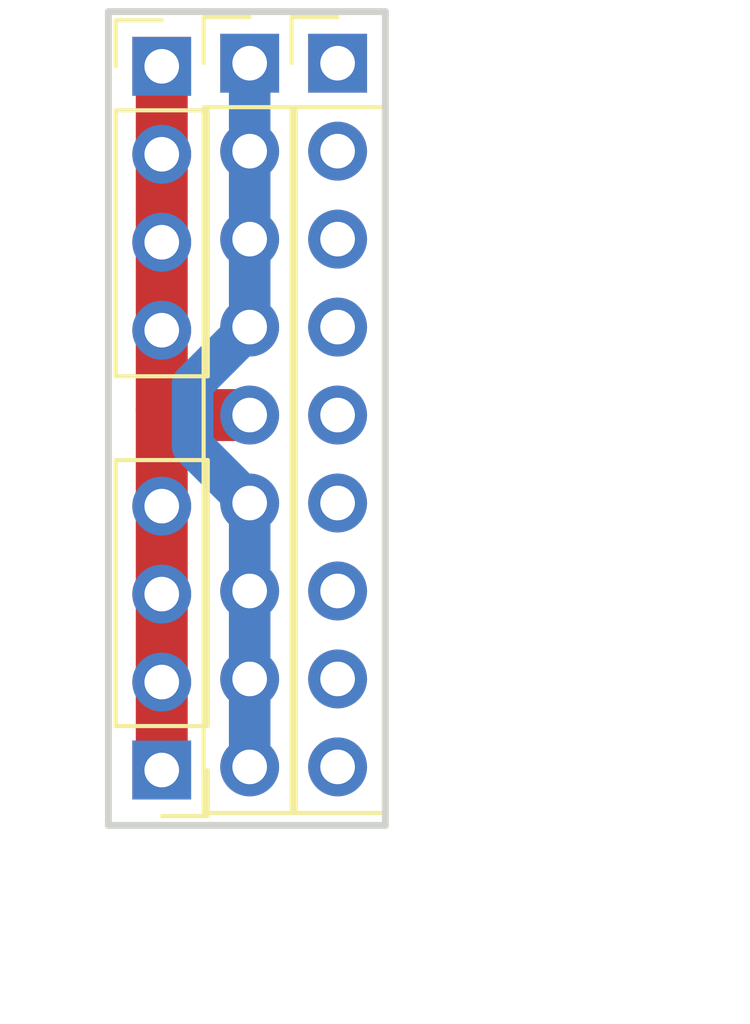
<source format=kicad_pcb>
(kicad_pcb (version 20171130) (host pcbnew "(5.0.2)-1")

  (general
    (thickness 1.6)
    (drawings 6)
    (tracks 20)
    (zones 0)
    (modules 4)
    (nets 3)
  )

  (page A4)
  (layers
    (0 F.Cu signal)
    (31 B.Cu signal)
    (32 B.Adhes user)
    (33 F.Adhes user)
    (34 B.Paste user)
    (35 F.Paste user)
    (36 B.SilkS user)
    (37 F.SilkS user)
    (38 B.Mask user)
    (39 F.Mask user)
    (40 Dwgs.User user)
    (41 Cmts.User user)
    (42 Eco1.User user)
    (43 Eco2.User user)
    (44 Edge.Cuts user)
    (45 Margin user)
    (46 B.CrtYd user)
    (47 F.CrtYd user)
    (48 B.Fab user)
    (49 F.Fab user)
  )

  (setup
    (last_trace_width 1.5)
    (user_trace_width 0.4)
    (user_trace_width 0.8)
    (user_trace_width 1.2)
    (user_trace_width 1.5)
    (trace_clearance 0.2)
    (zone_clearance 0.508)
    (zone_45_only no)
    (trace_min 0.2)
    (segment_width 0.2)
    (edge_width 0.15)
    (via_size 0.8)
    (via_drill 0.4)
    (via_min_size 0.4)
    (via_min_drill 0.3)
    (uvia_size 0.3)
    (uvia_drill 0.1)
    (uvias_allowed no)
    (uvia_min_size 0.2)
    (uvia_min_drill 0.1)
    (pcb_text_width 0.3)
    (pcb_text_size 1.5 1.5)
    (mod_edge_width 0.15)
    (mod_text_size 1 1)
    (mod_text_width 0.15)
    (pad_size 1.524 1.524)
    (pad_drill 0.762)
    (pad_to_mask_clearance 0.051)
    (solder_mask_min_width 0.25)
    (aux_axis_origin 0 0)
    (visible_elements 7FFFFFFF)
    (pcbplotparams
      (layerselection 0x010f0_ffffffff)
      (usegerberextensions false)
      (usegerberattributes false)
      (usegerberadvancedattributes false)
      (creategerberjobfile false)
      (excludeedgelayer true)
      (linewidth 0.100000)
      (plotframeref false)
      (viasonmask false)
      (mode 1)
      (useauxorigin false)
      (hpglpennumber 1)
      (hpglpenspeed 20)
      (hpglpendiameter 15.000000)
      (psnegative false)
      (psa4output false)
      (plotreference true)
      (plotvalue false)
      (plotinvisibletext false)
      (padsonsilk false)
      (subtractmaskfromsilk false)
      (outputformat 1)
      (mirror false)
      (drillshape 0)
      (scaleselection 1)
      (outputdirectory "gerbers_frmini8_pins_V1"))
  )

  (net 0 "")
  (net 1 /+5V)
  (net 2 /GND)

  (net_class Default "This is the default net class."
    (clearance 0.2)
    (trace_width 0.25)
    (via_dia 0.8)
    (via_drill 0.4)
    (uvia_dia 0.3)
    (uvia_drill 0.1)
    (add_net /+5V)
    (add_net /GND)
  )

  (module Connector_PinHeader_2.54mm:PinHeader_1x09_P2.54mm_Vertical (layer F.Cu) (tedit 5FAD3560) (tstamp 5FC85813)
    (at 134.62 68.490002)
    (descr "Through hole straight pin header, 1x09, 2.54mm pitch, single row")
    (tags "Through hole pin header THT 1x09 2.54mm single row")
    (path /5FC4F0DD)
    (fp_text reference J1 (at 0 -2.33) (layer F.SilkS) hide
      (effects (font (size 1 1) (thickness 0.15)))
    )
    (fp_text value Conn_01x09 (at 0 22.65) (layer F.Fab)
      (effects (font (size 1 1) (thickness 0.15)))
    )
    (fp_line (start -0.635 -1.27) (end 1.27 -1.27) (layer F.Fab) (width 0.1))
    (fp_line (start 1.27 -1.27) (end 1.27 21.59) (layer F.Fab) (width 0.1))
    (fp_line (start 1.27 21.59) (end -1.27 21.59) (layer F.Fab) (width 0.1))
    (fp_line (start -1.27 21.59) (end -1.27 -0.635) (layer F.Fab) (width 0.1))
    (fp_line (start -1.27 -0.635) (end -0.635 -1.27) (layer F.Fab) (width 0.1))
    (fp_line (start -1.33 21.65) (end 1.33 21.65) (layer F.SilkS) (width 0.12))
    (fp_line (start -1.33 1.27) (end -1.33 21.65) (layer F.SilkS) (width 0.12))
    (fp_line (start 1.33 1.27) (end 1.33 21.65) (layer F.SilkS) (width 0.12))
    (fp_line (start -1.33 1.27) (end 1.33 1.27) (layer F.SilkS) (width 0.12))
    (fp_line (start -1.33 0) (end -1.33 -1.33) (layer F.SilkS) (width 0.12))
    (fp_line (start -1.33 -1.33) (end 0 -1.33) (layer F.SilkS) (width 0.12))
    (fp_line (start -1.8 -1.8) (end -1.8 22.1) (layer F.CrtYd) (width 0.05))
    (fp_line (start -1.8 22.1) (end 1.8 22.1) (layer F.CrtYd) (width 0.05))
    (fp_line (start 1.8 22.1) (end 1.8 -1.8) (layer F.CrtYd) (width 0.05))
    (fp_line (start 1.8 -1.8) (end -1.8 -1.8) (layer F.CrtYd) (width 0.05))
    (fp_text user %R (at 0 10.16 90) (layer F.Fab)
      (effects (font (size 1 1) (thickness 0.15)))
    )
    (pad 1 thru_hole rect (at 0 0) (size 1.7 1.7) (drill 1) (layers *.Cu *.Mask))
    (pad 2 thru_hole oval (at 0 2.54) (size 1.7 1.7) (drill 1) (layers *.Cu *.Mask))
    (pad 3 thru_hole oval (at 0 5.08) (size 1.7 1.7) (drill 1) (layers *.Cu *.Mask))
    (pad 4 thru_hole oval (at 0 7.62) (size 1.7 1.7) (drill 1) (layers *.Cu *.Mask))
    (pad 5 thru_hole oval (at 0 10.16) (size 1.7 1.7) (drill 1) (layers *.Cu *.Mask))
    (pad 6 thru_hole oval (at 0 12.7) (size 1.7 1.7) (drill 1) (layers *.Cu *.Mask))
    (pad 7 thru_hole oval (at 0 15.24) (size 1.7 1.7) (drill 1) (layers *.Cu *.Mask))
    (pad 8 thru_hole oval (at 0 17.78) (size 1.7 1.7) (drill 1) (layers *.Cu *.Mask))
    (pad 9 thru_hole oval (at 0 20.32) (size 1.7 1.7) (drill 1) (layers *.Cu *.Mask))
    (model ${KISYS3DMOD}/Connector_PinHeader_2.54mm.3dshapes/PinHeader_1x09_P2.54mm_Vertical.wrl
      (at (xyz 0 0 0))
      (scale (xyz 1 1 1))
      (rotate (xyz 0 0 0))
    )
  )

  (module Connector_PinHeader_2.54mm:PinHeader_1x09_P2.54mm_Vertical (layer F.Cu) (tedit 5FAD3564) (tstamp 5FC85830)
    (at 132.08 68.490002)
    (descr "Through hole straight pin header, 1x09, 2.54mm pitch, single row")
    (tags "Through hole pin header THT 1x09 2.54mm single row")
    (path /5FC4F125)
    (fp_text reference J2 (at 0 -2.33) (layer F.SilkS) hide
      (effects (font (size 1 1) (thickness 0.15)))
    )
    (fp_text value Conn_01x09 (at 0 22.65) (layer F.Fab)
      (effects (font (size 1 1) (thickness 0.15)))
    )
    (fp_text user %R (at 0 10.16 90) (layer F.Fab)
      (effects (font (size 1 1) (thickness 0.15)))
    )
    (fp_line (start 1.8 -1.8) (end -1.8 -1.8) (layer F.CrtYd) (width 0.05))
    (fp_line (start 1.8 22.1) (end 1.8 -1.8) (layer F.CrtYd) (width 0.05))
    (fp_line (start -1.8 22.1) (end 1.8 22.1) (layer F.CrtYd) (width 0.05))
    (fp_line (start -1.8 -1.8) (end -1.8 22.1) (layer F.CrtYd) (width 0.05))
    (fp_line (start -1.33 -1.33) (end 0 -1.33) (layer F.SilkS) (width 0.12))
    (fp_line (start -1.33 0) (end -1.33 -1.33) (layer F.SilkS) (width 0.12))
    (fp_line (start -1.33 1.27) (end 1.33 1.27) (layer F.SilkS) (width 0.12))
    (fp_line (start 1.33 1.27) (end 1.33 21.65) (layer F.SilkS) (width 0.12))
    (fp_line (start -1.33 1.27) (end -1.33 21.65) (layer F.SilkS) (width 0.12))
    (fp_line (start -1.33 21.65) (end 1.33 21.65) (layer F.SilkS) (width 0.12))
    (fp_line (start -1.27 -0.635) (end -0.635 -1.27) (layer F.Fab) (width 0.1))
    (fp_line (start -1.27 21.59) (end -1.27 -0.635) (layer F.Fab) (width 0.1))
    (fp_line (start 1.27 21.59) (end -1.27 21.59) (layer F.Fab) (width 0.1))
    (fp_line (start 1.27 -1.27) (end 1.27 21.59) (layer F.Fab) (width 0.1))
    (fp_line (start -0.635 -1.27) (end 1.27 -1.27) (layer F.Fab) (width 0.1))
    (pad 9 thru_hole oval (at 0 20.32) (size 1.7 1.7) (drill 1) (layers *.Cu *.Mask)
      (net 1 /+5V))
    (pad 8 thru_hole oval (at 0 17.78) (size 1.7 1.7) (drill 1) (layers *.Cu *.Mask)
      (net 1 /+5V))
    (pad 7 thru_hole oval (at 0 15.24) (size 1.7 1.7) (drill 1) (layers *.Cu *.Mask)
      (net 1 /+5V))
    (pad 6 thru_hole oval (at 0 12.7) (size 1.7 1.7) (drill 1) (layers *.Cu *.Mask)
      (net 1 /+5V))
    (pad 5 thru_hole oval (at 0 10.16) (size 1.7 1.7) (drill 1) (layers *.Cu *.Mask)
      (net 2 /GND))
    (pad 4 thru_hole oval (at 0 7.62) (size 1.7 1.7) (drill 1) (layers *.Cu *.Mask)
      (net 1 /+5V))
    (pad 3 thru_hole oval (at 0 5.08) (size 1.7 1.7) (drill 1) (layers *.Cu *.Mask)
      (net 1 /+5V))
    (pad 2 thru_hole oval (at 0 2.54) (size 1.7 1.7) (drill 1) (layers *.Cu *.Mask)
      (net 1 /+5V))
    (pad 1 thru_hole rect (at 0 0) (size 1.7 1.7) (drill 1) (layers *.Cu *.Mask)
      (net 1 /+5V))
    (model ${KISYS3DMOD}/Connector_PinHeader_2.54mm.3dshapes/PinHeader_1x09_P2.54mm_Vertical.wrl
      (at (xyz 0 0 0))
      (scale (xyz 1 1 1))
      (rotate (xyz 0 0 0))
    )
  )

  (module Connector_PinHeader_2.54mm:PinHeader_1x04_P2.54mm_Vertical (layer F.Cu) (tedit 5FAD3568) (tstamp 5FC85848)
    (at 129.54 68.58)
    (descr "Through hole straight pin header, 1x04, 2.54mm pitch, single row")
    (tags "Through hole pin header THT 1x04 2.54mm single row")
    (path /5FC4F162)
    (fp_text reference J3 (at 0 -2.33) (layer F.SilkS) hide
      (effects (font (size 1 1) (thickness 0.15)))
    )
    (fp_text value Conn_01x04 (at 0 9.95) (layer F.Fab)
      (effects (font (size 1 1) (thickness 0.15)))
    )
    (fp_line (start -0.635 -1.27) (end 1.27 -1.27) (layer F.Fab) (width 0.1))
    (fp_line (start 1.27 -1.27) (end 1.27 8.89) (layer F.Fab) (width 0.1))
    (fp_line (start 1.27 8.89) (end -1.27 8.89) (layer F.Fab) (width 0.1))
    (fp_line (start -1.27 8.89) (end -1.27 -0.635) (layer F.Fab) (width 0.1))
    (fp_line (start -1.27 -0.635) (end -0.635 -1.27) (layer F.Fab) (width 0.1))
    (fp_line (start -1.33 8.95) (end 1.33 8.95) (layer F.SilkS) (width 0.12))
    (fp_line (start -1.33 1.27) (end -1.33 8.95) (layer F.SilkS) (width 0.12))
    (fp_line (start 1.33 1.27) (end 1.33 8.95) (layer F.SilkS) (width 0.12))
    (fp_line (start -1.33 1.27) (end 1.33 1.27) (layer F.SilkS) (width 0.12))
    (fp_line (start -1.33 0) (end -1.33 -1.33) (layer F.SilkS) (width 0.12))
    (fp_line (start -1.33 -1.33) (end 0 -1.33) (layer F.SilkS) (width 0.12))
    (fp_line (start -1.8 -1.8) (end -1.8 9.4) (layer F.CrtYd) (width 0.05))
    (fp_line (start -1.8 9.4) (end 1.8 9.4) (layer F.CrtYd) (width 0.05))
    (fp_line (start 1.8 9.4) (end 1.8 -1.8) (layer F.CrtYd) (width 0.05))
    (fp_line (start 1.8 -1.8) (end -1.8 -1.8) (layer F.CrtYd) (width 0.05))
    (fp_text user %R (at 0 3.81 90) (layer F.Fab)
      (effects (font (size 1 1) (thickness 0.15)))
    )
    (pad 1 thru_hole rect (at 0 0) (size 1.7 1.7) (drill 1) (layers *.Cu *.Mask)
      (net 2 /GND))
    (pad 2 thru_hole oval (at 0 2.54) (size 1.7 1.7) (drill 1) (layers *.Cu *.Mask)
      (net 2 /GND))
    (pad 3 thru_hole oval (at 0 5.08) (size 1.7 1.7) (drill 1) (layers *.Cu *.Mask)
      (net 2 /GND))
    (pad 4 thru_hole oval (at 0 7.62) (size 1.7 1.7) (drill 1) (layers *.Cu *.Mask)
      (net 2 /GND))
    (model ${KISYS3DMOD}/Connector_PinHeader_2.54mm.3dshapes/PinHeader_1x04_P2.54mm_Vertical.wrl
      (at (xyz 0 0 0))
      (scale (xyz 1 1 1))
      (rotate (xyz 0 0 0))
    )
  )

  (module Connector_PinHeader_2.54mm:PinHeader_1x04_P2.54mm_Vertical (layer F.Cu) (tedit 5FAD355C) (tstamp 5FC85B30)
    (at 129.54 88.9 180)
    (descr "Through hole straight pin header, 1x04, 2.54mm pitch, single row")
    (tags "Through hole pin header THT 1x04 2.54mm single row")
    (path /5FC4F1A0)
    (fp_text reference J4 (at 0 -2.33 180) (layer F.SilkS) hide
      (effects (font (size 1 1) (thickness 0.15)))
    )
    (fp_text value Conn_01x04 (at 0 9.95 180) (layer F.Fab)
      (effects (font (size 1 1) (thickness 0.15)))
    )
    (fp_text user %R (at 0 3.81 270) (layer F.Fab)
      (effects (font (size 1 1) (thickness 0.15)))
    )
    (fp_line (start 1.8 -1.8) (end -1.8 -1.8) (layer F.CrtYd) (width 0.05))
    (fp_line (start 1.8 9.4) (end 1.8 -1.8) (layer F.CrtYd) (width 0.05))
    (fp_line (start -1.8 9.4) (end 1.8 9.4) (layer F.CrtYd) (width 0.05))
    (fp_line (start -1.8 -1.8) (end -1.8 9.4) (layer F.CrtYd) (width 0.05))
    (fp_line (start -1.33 -1.33) (end 0 -1.33) (layer F.SilkS) (width 0.12))
    (fp_line (start -1.33 0) (end -1.33 -1.33) (layer F.SilkS) (width 0.12))
    (fp_line (start -1.33 1.27) (end 1.33 1.27) (layer F.SilkS) (width 0.12))
    (fp_line (start 1.33 1.27) (end 1.33 8.95) (layer F.SilkS) (width 0.12))
    (fp_line (start -1.33 1.27) (end -1.33 8.95) (layer F.SilkS) (width 0.12))
    (fp_line (start -1.33 8.95) (end 1.33 8.95) (layer F.SilkS) (width 0.12))
    (fp_line (start -1.27 -0.635) (end -0.635 -1.27) (layer F.Fab) (width 0.1))
    (fp_line (start -1.27 8.89) (end -1.27 -0.635) (layer F.Fab) (width 0.1))
    (fp_line (start 1.27 8.89) (end -1.27 8.89) (layer F.Fab) (width 0.1))
    (fp_line (start 1.27 -1.27) (end 1.27 8.89) (layer F.Fab) (width 0.1))
    (fp_line (start -0.635 -1.27) (end 1.27 -1.27) (layer F.Fab) (width 0.1))
    (pad 4 thru_hole oval (at 0 7.62 180) (size 1.7 1.7) (drill 1) (layers *.Cu *.Mask)
      (net 2 /GND))
    (pad 3 thru_hole oval (at 0 5.08 180) (size 1.7 1.7) (drill 1) (layers *.Cu *.Mask)
      (net 2 /GND))
    (pad 2 thru_hole oval (at 0 2.54 180) (size 1.7 1.7) (drill 1) (layers *.Cu *.Mask)
      (net 2 /GND))
    (pad 1 thru_hole rect (at 0 0 180) (size 1.7 1.7) (drill 1) (layers *.Cu *.Mask)
      (net 2 /GND))
    (model ${KISYS3DMOD}/Connector_PinHeader_2.54mm.3dshapes/PinHeader_1x04_P2.54mm_Vertical.wrl
      (at (xyz 0 0 0))
      (scale (xyz 1 1 1))
      (rotate (xyz 0 0 0))
    )
  )

  (dimension 8 (width 0.3) (layer Dwgs.User)
    (gr_text "8.000 mm" (at 132 97.6) (layer Dwgs.User)
      (effects (font (size 1.5 1.5) (thickness 0.3)))
    )
    (feature1 (pts (xy 128 90.5) (xy 128 96.086421)))
    (feature2 (pts (xy 136 90.5) (xy 136 96.086421)))
    (crossbar (pts (xy 136 95.5) (xy 128 95.5)))
    (arrow1a (pts (xy 128 95.5) (xy 129.126504 94.913579)))
    (arrow1b (pts (xy 128 95.5) (xy 129.126504 96.086421)))
    (arrow2a (pts (xy 136 95.5) (xy 134.873496 94.913579)))
    (arrow2b (pts (xy 136 95.5) (xy 134.873496 96.086421)))
  )
  (dimension 23.5 (width 0.3) (layer Dwgs.User)
    (gr_text "23.500 mm" (at 144.6 78.75 270) (layer Dwgs.User)
      (effects (font (size 1.5 1.5) (thickness 0.3)))
    )
    (feature1 (pts (xy 136 90.5) (xy 143.086421 90.5)))
    (feature2 (pts (xy 136 67) (xy 143.086421 67)))
    (crossbar (pts (xy 142.5 67) (xy 142.5 90.5)))
    (arrow1a (pts (xy 142.5 90.5) (xy 141.913579 89.373496)))
    (arrow1b (pts (xy 142.5 90.5) (xy 143.086421 89.373496)))
    (arrow2a (pts (xy 142.5 67) (xy 141.913579 68.126504)))
    (arrow2b (pts (xy 142.5 67) (xy 143.086421 68.126504)))
  )
  (gr_line (start 128 90.5) (end 128 67) (layer Edge.Cuts) (width 0.2))
  (gr_line (start 136 90.5) (end 128 90.5) (layer Edge.Cuts) (width 0.2))
  (gr_line (start 136 67) (end 136 90.5) (layer Edge.Cuts) (width 0.2))
  (gr_line (start 128 67) (end 136 67) (layer Edge.Cuts) (width 0.2))

  (segment (start 131.230001 76.960001) (end 132.08 76.110002) (width 1.2) (layer B.Cu) (net 1))
  (segment (start 130.429999 77.760003) (end 131.230001 76.960001) (width 1.2) (layer B.Cu) (net 1))
  (segment (start 130.429999 79.540001) (end 130.429999 77.760003) (width 1.2) (layer B.Cu) (net 1))
  (segment (start 132.08 81.190002) (end 130.429999 79.540001) (width 1.2) (layer B.Cu) (net 1))
  (segment (start 132.08 81.190002) (end 132.08 83.730002) (width 1.2) (layer B.Cu) (net 1))
  (segment (start 132.08 83.730002) (end 132.08 86.270002) (width 1.2) (layer B.Cu) (net 1))
  (segment (start 132.08 86.270002) (end 132.08 88.810002) (width 1.2) (layer B.Cu) (net 1))
  (segment (start 132.08 76.110002) (end 132.08 73.570002) (width 1.2) (layer B.Cu) (net 1))
  (segment (start 132.08 73.570002) (end 132.08 71.030002) (width 1.2) (layer B.Cu) (net 1))
  (segment (start 132.08 71.030002) (end 132.08 68.490002) (width 1.2) (layer B.Cu) (net 1))
  (segment (start 129.690002 78.650002) (end 129.54 78.5) (width 1.5) (layer F.Cu) (net 2))
  (segment (start 132.08 78.650002) (end 129.690002 78.650002) (width 1.5) (layer F.Cu) (net 2))
  (segment (start 129.54 81.28) (end 129.54 78.5) (width 1.5) (layer F.Cu) (net 2))
  (segment (start 129.54 78.5) (end 129.54 76.2) (width 1.5) (layer F.Cu) (net 2))
  (segment (start 129.54 76.2) (end 129.54 73.66) (width 1.5) (layer F.Cu) (net 2))
  (segment (start 129.54 73.66) (end 129.54 71.12) (width 1.5) (layer F.Cu) (net 2))
  (segment (start 129.54 71.12) (end 129.54 68.58) (width 1.5) (layer F.Cu) (net 2))
  (segment (start 129.54 81.28) (end 129.54 83.82) (width 1.5) (layer F.Cu) (net 2))
  (segment (start 129.54 83.82) (end 129.54 86.36) (width 1.5) (layer F.Cu) (net 2))
  (segment (start 129.54 86.36) (end 129.54 88.9) (width 1.5) (layer F.Cu) (net 2))

)

</source>
